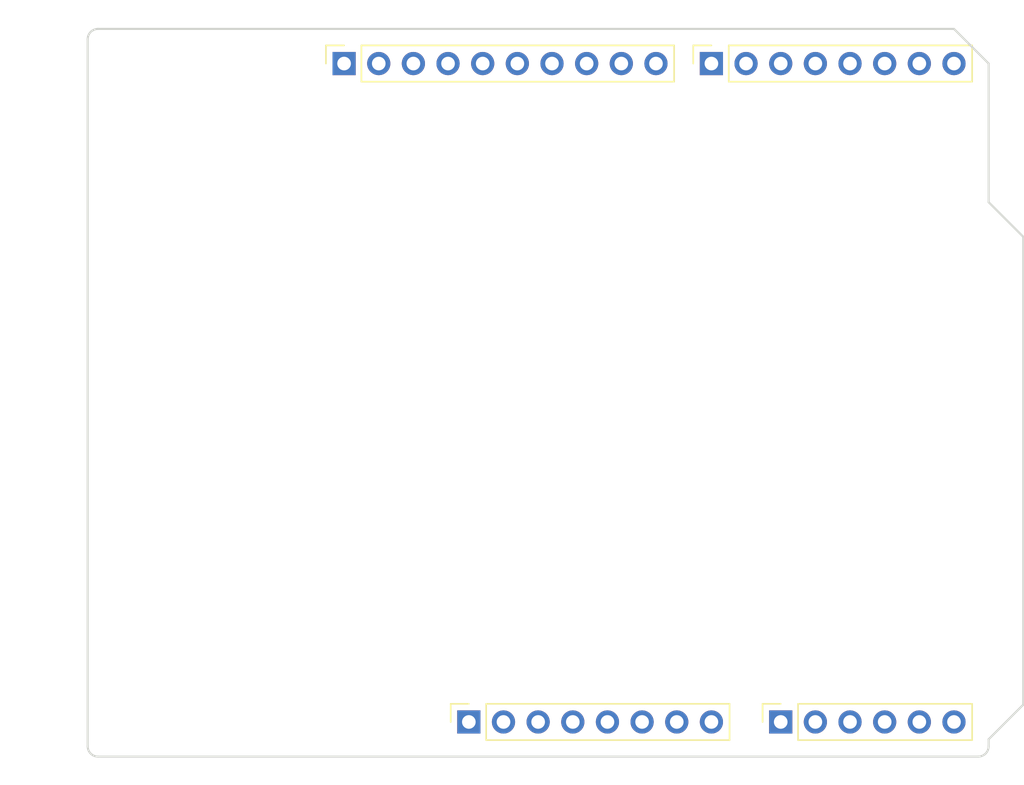
<source format=kicad_pcb>
(kicad_pcb (version 20221018) (generator pcbnew)
  (title_block (date "mar. 31 mars 2015"))
  (layers (0 "F.Cu" signal) (31 "B.Cu" signal) (34 "B.Paste" user) (35 "F.Paste" user) (36 "B.SilkS" user "B.Silkscreen") (37 "F.SilkS" user "F.Silkscreen") (38 "B.Mask" user) (39 "F.Mask" user) (44 "Edge.Cuts" user))
  (net 0 "")
  (net 1 "GND")
  (net 3 "+5V")
  (net 4 "/IOREF")
  (net 5 "/A0")
  (net 6 "/A1")
  (net 7 "/A2")
  (net 8 "/A3")
  (net 9 "/SDA{slash}A4")
  (net 10 "/SCL{slash}A5")
  (net 11 "/13")
  (net 12 "/12")
  (net 13 "/AREF")
  (net 14 "/8")
  (net 15 "/7")
  (net 16 "/*11")
  (net 17 "/*10")
  (net 18 "/*9")
  (net 19 "/4")
  (net 20 "/2")
  (net 21 "/*6")
  (net 22 "/*5")
  (net 23 "/TX{slash}1")
  (net 24 "/*3")
  (net 25 "/RX{slash}0")
  (net 26 "+3V3")
  (net 27 "VCC")
  (net 28 "/~{RESET}")
  (footprint "Connector_PinSocket_2.54mm:PinSocket_1x08_P2.54mm_Vertical" (layer "F.Cu") (at 127.94 97.46 90)
    (fp_text reference "J1" hide)
    (fp_text value "Power")
    (fp_line (start -1.33 1.27) (end -1.33 19.11) (stroke (width 0.12)) (layer "F.SilkS"))
    (fp_line (start -1.33 1.27) (end 1.33 1.27) (stroke (width 0.12)) (layer "F.SilkS"))
    (fp_line (start -1.33 19.11) (end 1.33 19.11) (stroke (width 0.12)) (layer "F.SilkS"))
    (fp_line (start 0 -1.33) (end 1.33 -1.33) (stroke (width 0.12)) (layer "F.SilkS"))
    (fp_line (start 1.33 -1.33) (end 1.33 0) (stroke (width 0.12)) (layer "F.SilkS"))
    (fp_line (start 1.33 1.27) (end 1.33 19.11) (stroke (width 0.12)) (layer "F.SilkS"))
    (pad "1" thru_hole rect locked (at 0 0 90) (size 1.7 1.7) (drill 1) (layers "*.Cu" "*.Mask"))
    (pad "2" thru_hole oval locked (at 0 2.54 90) (size 1.7 1.7) (drill 1) (layers "*.Cu" "*.Mask") (net 4 "/IOREF"))
    (pad "3" thru_hole oval locked (at 0 5.08 90) (size 1.7 1.7) (drill 1) (layers "*.Cu" "*.Mask") (net 28 "/~{RESET}"))
    (pad "4" thru_hole oval locked (at 0 7.62 90) (size 1.7 1.7) (drill 1) (layers "*.Cu" "*.Mask") (net 26 "+3V3"))
    (pad "5" thru_hole oval locked (at 0 10.16 90) (size 1.7 1.7) (drill 1) (layers "*.Cu" "*.Mask") (net 3 "+5V"))
    (pad "6" thru_hole oval locked (at 0 12.7 90) (size 1.7 1.7) (drill 1) (layers "*.Cu" "*.Mask") (net 1 "GND"))
    (pad "7" thru_hole oval locked (at 0 15.24 90) (size 1.7 1.7) (drill 1) (layers "*.Cu" "*.Mask") (net 1 "GND"))
    (pad "8" thru_hole oval locked (at 0 17.78 90) (size 1.7 1.7) (drill 1) (layers "*.Cu" "*.Mask") (net 27 "VCC"))
  )
  (footprint "Connector_PinSocket_2.54mm:PinSocket_1x06_P2.54mm_Vertical" (layer "F.Cu") (at 150.8 97.46 90)
    (fp_text reference "J3" hide)
    (fp_text value "Analog")
    (fp_line (start -1.33 1.27) (end -1.33 14.03) (stroke (width 0.12)) (layer "F.SilkS"))
    (fp_line (start -1.33 1.27) (end 1.33 1.27) (stroke (width 0.12)) (layer "F.SilkS"))
    (fp_line (start -1.33 14.03) (end 1.33 14.03) (stroke (width 0.12)) (layer "F.SilkS"))
    (fp_line (start 0 -1.33) (end 1.33 -1.33) (stroke (width 0.12)) (layer "F.SilkS"))
    (fp_line (start 1.33 -1.33) (end 1.33 0) (stroke (width 0.12)) (layer "F.SilkS"))
    (fp_line (start 1.33 1.27) (end 1.33 14.03) (stroke (width 0.12)) (layer "F.SilkS"))
    (pad "1" thru_hole rect locked (at 0 0 90) (size 1.7 1.7) (drill 1) (layers "*.Cu" "*.Mask") (net 5 "/A0"))
    (pad "2" thru_hole oval locked (at 0 2.54 90) (size 1.7 1.7) (drill 1) (layers "*.Cu" "*.Mask") (net 6 "/A1"))
    (pad "3" thru_hole oval locked (at 0 5.08 90) (size 1.7 1.7) (drill 1) (layers "*.Cu" "*.Mask") (net 7 "/A2"))
    (pad "4" thru_hole oval locked (at 0 7.62 90) (size 1.7 1.7) (drill 1) (layers "*.Cu" "*.Mask") (net 8 "/A3"))
    (pad "5" thru_hole oval locked (at 0 10.16 90) (size 1.7 1.7) (drill 1) (layers "*.Cu" "*.Mask") (net 9 "/SDA{slash}A4"))
    (pad "6" thru_hole oval locked (at 0 12.7 90) (size 1.7 1.7) (drill 1) (layers "*.Cu" "*.Mask") (net 10 "/SCL{slash}A5"))
  )
  (footprint "Connector_PinSocket_2.54mm:PinSocket_1x10_P2.54mm_Vertical" (layer "F.Cu") (at 118.796 49.2 90)
    (fp_text reference "J2" hide)
    (fp_text value "Digital/PWM")
    (fp_line (start -1.33 1.27) (end -1.33 24.19) (stroke (width 0.12)) (layer "F.SilkS"))
    (fp_line (start -1.33 1.27) (end 1.33 1.27) (stroke (width 0.12)) (layer "F.SilkS"))
    (fp_line (start -1.33 24.19) (end 1.33 24.19) (stroke (width 0.12)) (layer "F.SilkS"))
    (fp_line (start 0 -1.33) (end 1.33 -1.33) (stroke (width 0.12)) (layer "F.SilkS"))
    (fp_line (start 1.33 -1.33) (end 1.33 0) (stroke (width 0.12)) (layer "F.SilkS"))
    (fp_line (start 1.33 1.27) (end 1.33 24.19) (stroke (width 0.12)) (layer "F.SilkS"))
    (pad "1" thru_hole rect locked (at 0 0 90) (size 1.7 1.7) (drill 1) (layers "*.Cu" "*.Mask") (net 10 "/SCL{slash}A5"))
    (pad "2" thru_hole oval locked (at 0 2.54 90) (size 1.7 1.7) (drill 1) (layers "*.Cu" "*.Mask") (net 9 "/SDA{slash}A4"))
    (pad "3" thru_hole oval locked (at 0 5.08 90) (size 1.7 1.7) (drill 1) (layers "*.Cu" "*.Mask") (net 13 "/AREF"))
    (pad "4" thru_hole oval locked (at 0 7.62 90) (size 1.7 1.7) (drill 1) (layers "*.Cu" "*.Mask") (net 1 "GND"))
    (pad "5" thru_hole oval locked (at 0 10.16 90) (size 1.7 1.7) (drill 1) (layers "*.Cu" "*.Mask") (net 11 "/13"))
    (pad "6" thru_hole oval locked (at 0 12.7 90) (size 1.7 1.7) (drill 1) (layers "*.Cu" "*.Mask") (net 12 "/12"))
    (pad "7" thru_hole oval locked (at 0 15.24 90) (size 1.7 1.7) (drill 1) (layers "*.Cu" "*.Mask") (net 16 "/*11"))
    (pad "8" thru_hole oval locked (at 0 17.78 90) (size 1.7 1.7) (drill 1) (layers "*.Cu" "*.Mask") (net 17 "/*10"))
    (pad "9" thru_hole oval locked (at 0 20.32 90) (size 1.7 1.7) (drill 1) (layers "*.Cu" "*.Mask") (net 18 "/*9"))
    (pad "10" thru_hole oval locked (at 0 22.86 90) (size 1.7 1.7) (drill 1) (layers "*.Cu" "*.Mask") (net 14 "/8"))
  )
  (footprint "Connector_PinSocket_2.54mm:PinSocket_1x08_P2.54mm_Vertical" (layer "F.Cu") (at 145.72 49.2 90)
    (fp_text reference "J4" hide)
    (fp_text value "Digital/PWM")
    (fp_line (start -1.33 1.27) (end -1.33 19.11) (stroke (width 0.12)) (layer "F.SilkS"))
    (fp_line (start -1.33 1.27) (end 1.33 1.27) (stroke (width 0.12)) (layer "F.SilkS"))
    (fp_line (start -1.33 19.11) (end 1.33 19.11) (stroke (width 0.12)) (layer "F.SilkS"))
    (fp_line (start 0 -1.33) (end 1.33 -1.33) (stroke (width 0.12)) (layer "F.SilkS"))
    (fp_line (start 1.33 -1.33) (end 1.33 0) (stroke (width 0.12)) (layer "F.SilkS"))
    (fp_line (start 1.33 1.27) (end 1.33 19.11) (stroke (width 0.12)) (layer "F.SilkS"))
    (pad "1" thru_hole rect locked (at 0 0 90) (size 1.7 1.7) (drill 1) (layers "*.Cu" "*.Mask") (net 15 "/7"))
    (pad "2" thru_hole oval locked (at 0 2.54 90) (size 1.7 1.7) (drill 1) (layers "*.Cu" "*.Mask") (net 21 "/*6"))
    (pad "3" thru_hole oval locked (at 0 5.08 90) (size 1.7 1.7) (drill 1) (layers "*.Cu" "*.Mask") (net 22 "/*5"))
    (pad "4" thru_hole oval locked (at 0 7.62 90) (size 1.7 1.7) (drill 1) (layers "*.Cu" "*.Mask") (net 19 "/4"))
    (pad "5" thru_hole oval locked (at 0 10.16 90) (size 1.7 1.7) (drill 1) (layers "*.Cu" "*.Mask") (net 24 "/*3"))
    (pad "6" thru_hole oval locked (at 0 12.7 90) (size 1.7 1.7) (drill 1) (layers "*.Cu" "*.Mask") (net 20 "/2"))
    (pad "7" thru_hole oval locked (at 0 15.24 90) (size 1.7 1.7) (drill 1) (layers "*.Cu" "*.Mask") (net 23 "/TX{slash}1"))
    (pad "8" thru_hole oval locked (at 0 17.78 90) (size 1.7 1.7) (drill 1) (layers "*.Cu" "*.Mask") (net 25 "/RX{slash}0"))
  )
  (footprint "Arduino_MountingHole:MountingHole_3.2mm" (layer "F.Cu") (at 115.24 49.2)
    (fp_text reference "MH1" hide)
    (fp_text value "MountingHole_3.2mm" hide)
    (pad "" np_thru_hole circle locked (at 0 0) (size 3.2 3.2) (drill 3.2) (layers "*.Cu" "*.Mask"))
  )
  (footprint "Arduino_MountingHole:MountingHole_3.2mm" (layer "F.Cu") (at 113.97 97.46)
    (fp_text reference "MH2" hide)
    (fp_text value "MountingHole_3.2mm" hide)
    (pad "" np_thru_hole circle locked (at 0 0) (size 3.2 3.2) (drill 3.2) (layers "*.Cu" "*.Mask"))
  )
  (footprint "Arduino_MountingHole:MountingHole_3.2mm" (layer "F.Cu") (at 166.04 64.44)
    (fp_text reference "MH3" hide)
    (fp_text value "MountingHole_3.2mm" hide)
    (pad "" np_thru_hole circle locked (at 0 0) (size 3.2 3.2) (drill 3.2) (layers "*.Cu" "*.Mask"))
  )
  (footprint "Arduino_MountingHole:MountingHole_3.2mm" (layer "F.Cu") (at 166.04 92.38)
    (fp_text reference "MH4" hide)
    (fp_text value "MountingHole_3.2mm" hide)
    (pad "" np_thru_hole circle locked (at 0 0) (size 3.2 3.2) (drill 3.2) (layers "*.Cu" "*.Mask"))
  )
  (gr_line (start 166.04 59.36) (end 168.58 61.9) (stroke (width 0.15)) (layer "Edge.Cuts"))
  (gr_line (start 100 99.238) (end 100 47.422) (stroke (width 0.15)) (layer "Edge.Cuts"))
  (gr_line (start 168.58 61.9) (end 168.58 96.19) (stroke (width 0.15)) (layer "Edge.Cuts"))
  (gr_line (start 165.278 100) (end 100.762 100) (stroke (width 0.15)) (layer "Edge.Cuts"))
  (gr_line (start 100.762 46.66) (end 163.5 46.66) (stroke (width 0.15)) (layer "Edge.Cuts"))
  (gr_arc (start 100.762 100) (mid 100.223185 99.776815) (end 100 99.238) (stroke (width 0.15)) (layer "Edge.Cuts"))
  (gr_line (start 168.58 96.19) (end 166.04 98.73) (stroke (width 0.15)) (layer "Edge.Cuts"))
  (gr_line (start 163.5 46.66) (end 166.04 49.2) (stroke (width 0.15)) (layer "Edge.Cuts"))
  (gr_arc (start 166.04 99.238) (mid 165.816815 99.776815) (end 165.278 100) (stroke (width 0.15)) (layer "Edge.Cuts"))
  (gr_line (start 166.04 49.2) (end 166.04 59.36) (stroke (width 0.15)) (layer "Edge.Cuts"))
  (gr_line (start 166.04 98.73) (end 166.04 99.238) (stroke (width 0.15)) (layer "Edge.Cuts"))
  (gr_arc (start 100 47.422) (mid 100.223185 46.883185) (end 100.762 46.66) (stroke (width 0.15)) (layer "Edge.Cuts"))
)
</source>
